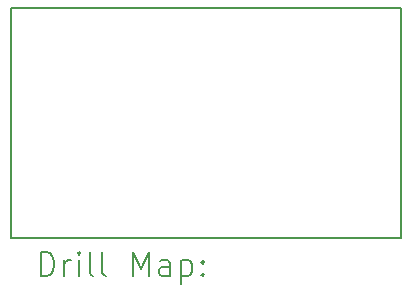
<source format=gbr>
%TF.GenerationSoftware,KiCad,Pcbnew,8.0.9-8.0.9-0~ubuntu24.04.1*%
%TF.CreationDate,2025-04-27T15:56:48+09:30*%
%TF.ProjectId,qspi-pmod-adapter,71737069-2d70-46d6-9f64-2d6164617074,rev?*%
%TF.SameCoordinates,Original*%
%TF.FileFunction,Drillmap*%
%TF.FilePolarity,Positive*%
%FSLAX45Y45*%
G04 Gerber Fmt 4.5, Leading zero omitted, Abs format (unit mm)*
G04 Created by KiCad (PCBNEW 8.0.9-8.0.9-0~ubuntu24.04.1) date 2025-04-27 15:56:48*
%MOMM*%
%LPD*%
G01*
G04 APERTURE LIST*
%ADD10C,0.150000*%
%ADD11C,0.200000*%
G04 APERTURE END LIST*
D10*
X9855200Y-6794500D02*
X13157200Y-6794500D01*
X13157200Y-8744500D01*
X9855200Y-8744500D01*
X9855200Y-6794500D01*
D11*
X10108477Y-9063484D02*
X10108477Y-8863484D01*
X10108477Y-8863484D02*
X10156096Y-8863484D01*
X10156096Y-8863484D02*
X10184667Y-8873008D01*
X10184667Y-8873008D02*
X10203715Y-8892055D01*
X10203715Y-8892055D02*
X10213239Y-8911103D01*
X10213239Y-8911103D02*
X10222763Y-8949198D01*
X10222763Y-8949198D02*
X10222763Y-8977770D01*
X10222763Y-8977770D02*
X10213239Y-9015865D01*
X10213239Y-9015865D02*
X10203715Y-9034912D01*
X10203715Y-9034912D02*
X10184667Y-9053960D01*
X10184667Y-9053960D02*
X10156096Y-9063484D01*
X10156096Y-9063484D02*
X10108477Y-9063484D01*
X10308477Y-9063484D02*
X10308477Y-8930150D01*
X10308477Y-8968246D02*
X10318001Y-8949198D01*
X10318001Y-8949198D02*
X10327524Y-8939674D01*
X10327524Y-8939674D02*
X10346572Y-8930150D01*
X10346572Y-8930150D02*
X10365620Y-8930150D01*
X10432286Y-9063484D02*
X10432286Y-8930150D01*
X10432286Y-8863484D02*
X10422763Y-8873008D01*
X10422763Y-8873008D02*
X10432286Y-8882531D01*
X10432286Y-8882531D02*
X10441810Y-8873008D01*
X10441810Y-8873008D02*
X10432286Y-8863484D01*
X10432286Y-8863484D02*
X10432286Y-8882531D01*
X10556096Y-9063484D02*
X10537048Y-9053960D01*
X10537048Y-9053960D02*
X10527524Y-9034912D01*
X10527524Y-9034912D02*
X10527524Y-8863484D01*
X10660858Y-9063484D02*
X10641810Y-9053960D01*
X10641810Y-9053960D02*
X10632286Y-9034912D01*
X10632286Y-9034912D02*
X10632286Y-8863484D01*
X10889429Y-9063484D02*
X10889429Y-8863484D01*
X10889429Y-8863484D02*
X10956096Y-9006341D01*
X10956096Y-9006341D02*
X11022763Y-8863484D01*
X11022763Y-8863484D02*
X11022763Y-9063484D01*
X11203715Y-9063484D02*
X11203715Y-8958722D01*
X11203715Y-8958722D02*
X11194191Y-8939674D01*
X11194191Y-8939674D02*
X11175144Y-8930150D01*
X11175144Y-8930150D02*
X11137048Y-8930150D01*
X11137048Y-8930150D02*
X11118001Y-8939674D01*
X11203715Y-9053960D02*
X11184667Y-9063484D01*
X11184667Y-9063484D02*
X11137048Y-9063484D01*
X11137048Y-9063484D02*
X11118001Y-9053960D01*
X11118001Y-9053960D02*
X11108477Y-9034912D01*
X11108477Y-9034912D02*
X11108477Y-9015865D01*
X11108477Y-9015865D02*
X11118001Y-8996817D01*
X11118001Y-8996817D02*
X11137048Y-8987293D01*
X11137048Y-8987293D02*
X11184667Y-8987293D01*
X11184667Y-8987293D02*
X11203715Y-8977770D01*
X11298953Y-8930150D02*
X11298953Y-9130150D01*
X11298953Y-8939674D02*
X11318001Y-8930150D01*
X11318001Y-8930150D02*
X11356096Y-8930150D01*
X11356096Y-8930150D02*
X11375143Y-8939674D01*
X11375143Y-8939674D02*
X11384667Y-8949198D01*
X11384667Y-8949198D02*
X11394191Y-8968246D01*
X11394191Y-8968246D02*
X11394191Y-9025389D01*
X11394191Y-9025389D02*
X11384667Y-9044436D01*
X11384667Y-9044436D02*
X11375143Y-9053960D01*
X11375143Y-9053960D02*
X11356096Y-9063484D01*
X11356096Y-9063484D02*
X11318001Y-9063484D01*
X11318001Y-9063484D02*
X11298953Y-9053960D01*
X11479905Y-9044436D02*
X11489429Y-9053960D01*
X11489429Y-9053960D02*
X11479905Y-9063484D01*
X11479905Y-9063484D02*
X11470382Y-9053960D01*
X11470382Y-9053960D02*
X11479905Y-9044436D01*
X11479905Y-9044436D02*
X11479905Y-9063484D01*
X11479905Y-8939674D02*
X11489429Y-8949198D01*
X11489429Y-8949198D02*
X11479905Y-8958722D01*
X11479905Y-8958722D02*
X11470382Y-8949198D01*
X11470382Y-8949198D02*
X11479905Y-8939674D01*
X11479905Y-8939674D02*
X11479905Y-8958722D01*
M02*

</source>
